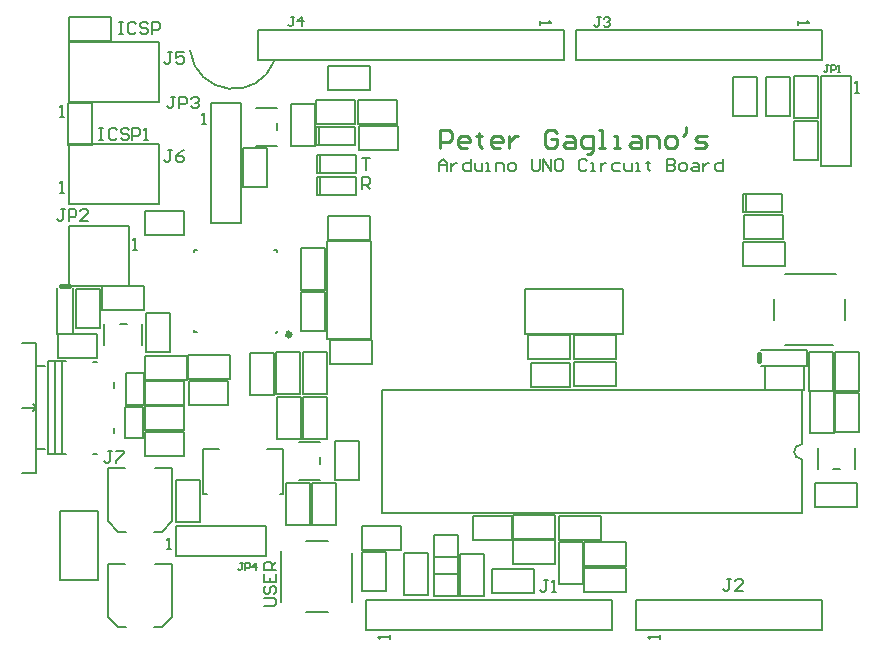
<source format=gto>
G04*
G04 #@! TF.GenerationSoftware,Altium Limited,Altium Designer,19.0.15 (446)*
G04*
G04 Layer_Color=65535*
%FSLAX44Y44*%
%MOMM*%
G71*
G01*
G75*
%ADD10C,0.2000*%
%ADD11C,0.5000*%
%ADD12C,0.4000*%
%ADD13C,0.2540*%
D10*
X115603Y503276D02*
G03*
X186848Y494754I36697J4724D01*
G01*
X633350Y170180D02*
G03*
X633350Y157480I0J-6350D01*
G01*
X649300Y405500D02*
Y481700D01*
Y405500D02*
X674700D01*
Y481700D01*
X649300D02*
X674700D01*
X370820Y64360D02*
X406380D01*
X370820Y44040D02*
Y64360D01*
Y44040D02*
X406380D01*
Y64360D01*
X133300Y458700D02*
X158700D01*
Y357100D02*
Y458700D01*
X133300Y357100D02*
X158700D01*
X133300D02*
Y458700D01*
X224468Y423558D02*
Y438798D01*
X254948D01*
Y423558D02*
Y438798D01*
X224468Y423558D02*
X254948D01*
X221928D02*
Y438798D01*
X224468D01*
X221928Y423558D02*
X224468D01*
X225107Y381566D02*
Y396806D01*
X255588D01*
Y381566D02*
Y396806D01*
X225107Y381566D02*
X255588D01*
X222568D02*
Y396806D01*
X225107D01*
X222568Y381566D02*
X225107D01*
X222914Y399773D02*
X225454D01*
X222914Y415013D02*
X225454D01*
X222914Y399773D02*
Y415013D01*
X225454Y399773D02*
X255934D01*
Y415013D01*
X225454D02*
X255934D01*
X225454Y399773D02*
Y415013D01*
X-17630Y198000D02*
X-14630Y201000D01*
X-17630Y204000D02*
X-14630Y201000D01*
X-26630D02*
X-14630D01*
Y166000D02*
X-7630D01*
X-14630Y236000D02*
X-7630D01*
X-26630Y256000D02*
X-14630D01*
X-26630Y146000D02*
X-14630D01*
Y256000D01*
X7470Y161900D02*
Y240100D01*
X-4830Y161900D02*
X10370D01*
X-4730Y240200D02*
X10370D01*
X1170Y161600D02*
Y240200D01*
X-4830Y240100D02*
X-4730Y240200D01*
X-4830Y161900D02*
Y240100D01*
X51470Y179400D02*
Y184000D01*
Y218000D02*
Y222600D01*
X33270Y240100D02*
X36970D01*
X33170Y161700D02*
X36970D01*
X103500Y75300D02*
X179700D01*
Y100700D01*
X103500D02*
X179700D01*
X103500Y75300D02*
Y100700D01*
X63500Y303900D02*
Y354700D01*
X12700D02*
X63500D01*
X12700Y303900D02*
Y354700D01*
Y303900D02*
X63500D01*
X12700Y424180D02*
X88900D01*
Y373380D02*
Y424180D01*
X12700Y373380D02*
X88900D01*
X12700D02*
Y424180D01*
Y510540D02*
X88900D01*
Y459740D02*
Y510540D01*
X12700Y459740D02*
X88900D01*
X12700D02*
Y510540D01*
X431800Y495300D02*
Y520700D01*
X172720Y495300D02*
X431800D01*
X172720D02*
Y520700D01*
X431800D01*
X441960D02*
X650240D01*
X441960Y495300D02*
Y520700D01*
Y495300D02*
X650240D01*
Y520700D01*
X492760Y12700D02*
Y38100D01*
X650240D01*
Y12700D02*
Y38100D01*
X492760Y12700D02*
X650240D01*
X264160D02*
X472440D01*
Y38100D01*
X264160D02*
X472440D01*
X264160Y12700D02*
Y38100D01*
X91404Y15151D02*
X100304Y24051D01*
X85304Y15151D02*
X91404D01*
X54504Y15151D02*
X61304D01*
X45804Y23851D02*
X54504Y15151D01*
X45804Y23851D02*
Y23851D01*
X100304Y24051D02*
Y68851D01*
X85804Y68951D02*
X100304Y68851D01*
X45804Y68951D02*
X60704Y68851D01*
X45804Y23851D02*
Y65951D01*
Y68951D01*
X91404Y96126D02*
X100304Y105026D01*
X85304Y96126D02*
X91404D01*
X54504Y96126D02*
X61304D01*
X45804Y104826D02*
X54504Y96126D01*
X45804Y104826D02*
Y104826D01*
X100304Y105026D02*
Y149826D01*
X85804Y149926D02*
X100304Y149826D01*
X45804Y149926D02*
X60704Y149826D01*
X45804Y104826D02*
Y146926D01*
Y149926D01*
X147815Y203041D02*
Y223361D01*
X114795Y203041D02*
X147815D01*
X114795D02*
Y223361D01*
X147815D01*
X126430Y127942D02*
Y165942D01*
X140430D01*
X180430D02*
X194430D01*
Y127942D02*
Y165942D01*
X126430Y127942D02*
X129430D01*
X191530D02*
X194430D01*
X586464Y366574D02*
Y381814D01*
X616944D01*
Y366574D02*
Y381814D01*
X586464Y366574D02*
X616944D01*
X583924D02*
Y381814D01*
X586464D01*
X583924Y366574D02*
X586464D01*
X2616Y263261D02*
Y302261D01*
Y263261D02*
X16616D01*
Y302261D01*
X599036Y250281D02*
X638036D01*
Y236281D02*
Y250281D01*
X599036Y236281D02*
X638036D01*
X187000Y335000D02*
X189000D01*
Y333000D02*
Y335000D01*
X119000D02*
X121000D01*
X119000Y333000D02*
Y335000D01*
Y265000D02*
X121000D01*
X119000D02*
Y267000D01*
X188000Y264000D02*
X190000Y266000D01*
X463042Y88748D02*
Y109068D01*
X427482Y88748D02*
X463042D01*
X427482D02*
Y109068D01*
X463042D01*
X633350Y170180D02*
Y215830D01*
Y111830D02*
Y157480D01*
X277750Y111830D02*
X633350Y111830D01*
X277750Y111830D02*
Y215830D01*
X633350D01*
X74877Y253852D02*
Y271852D01*
X55877D02*
X61877D01*
X42877Y253852D02*
Y271852D01*
X209474Y266294D02*
X229794D01*
X209474D02*
Y299314D01*
X229794D01*
Y266294D02*
Y299314D01*
X436956Y218872D02*
Y239192D01*
X403936Y218872D02*
X436956D01*
X403936D02*
Y239192D01*
X436956D01*
X258157Y419377D02*
X291177D01*
Y439697D01*
X258157D02*
X291177D01*
X258157Y419377D02*
Y439697D01*
X257790Y441640D02*
X290810D01*
Y461960D01*
X257790D02*
X290810D01*
X257790Y441640D02*
Y461960D01*
X160605Y387899D02*
Y420919D01*
Y387899D02*
X180925D01*
Y420919D01*
X160605D02*
X180925D01*
X209067Y174701D02*
Y210261D01*
X188747D02*
X209067D01*
X188747Y174701D02*
Y210261D01*
Y174701D02*
X209067D01*
X209220Y300863D02*
Y336423D01*
Y300863D02*
X229540D01*
Y336423D01*
X209220D02*
X229540D01*
X208966Y212496D02*
Y248056D01*
X188646D02*
X208966D01*
X188646Y212496D02*
Y248056D01*
Y212496D02*
X208966D01*
X210769Y212446D02*
Y248006D01*
Y212446D02*
X231089D01*
Y248006D01*
X210769D02*
X231089D01*
X186360Y212217D02*
Y247777D01*
X166040D02*
X186360D01*
X166040Y212217D02*
Y247777D01*
Y212217D02*
X186360D01*
X78376Y248125D02*
Y281145D01*
Y248125D02*
X98696D01*
Y281145D01*
X78376D02*
X98696D01*
X5719Y55199D02*
Y113499D01*
Y55199D02*
X37719D01*
Y113499D01*
X5719D02*
X37719D01*
X13056Y532105D02*
X48616D01*
X13056Y511785D02*
Y532105D01*
Y511785D02*
X48616D01*
Y532105D01*
X77549Y368036D02*
X110569D01*
X77549Y347716D02*
Y368036D01*
Y347716D02*
X110569D01*
Y368036D01*
X114118Y245274D02*
X149678D01*
X114118Y224954D02*
Y245274D01*
Y224954D02*
X149678D01*
Y245274D01*
X77581Y203345D02*
X110601D01*
Y223665D01*
X77581D02*
X110601D01*
X77581Y203345D02*
Y223665D01*
X77089Y182067D02*
X110109D01*
Y202387D01*
X77089D02*
X110109D01*
X77089Y182067D02*
Y202387D01*
X232537Y363677D02*
X268097D01*
X232537Y343357D02*
Y363677D01*
Y343357D02*
X268097D01*
Y363677D01*
X77205Y180352D02*
X110225D01*
X77205Y160032D02*
Y180352D01*
Y160032D02*
X110225D01*
Y180352D01*
X60218Y175188D02*
X75418D01*
X60218D02*
Y201988D01*
X75418D01*
Y175188D02*
Y201988D01*
X60955Y230259D02*
X76155D01*
Y203459D02*
Y230259D01*
X60955Y203459D02*
X76155D01*
X60955D02*
Y230259D01*
X269114Y259041D02*
Y342041D01*
X231114D02*
X269114D01*
X231114Y259041D02*
Y342041D01*
X254614Y259041D02*
X259114D01*
X269114D01*
X231114D02*
X254614D01*
X623339Y447993D02*
Y481012D01*
X603019D02*
X623339D01*
X603019Y447993D02*
Y481012D01*
Y447993D02*
X623339D01*
X595455Y447798D02*
Y480818D01*
X575135D02*
X595455D01*
X575135Y447798D02*
Y480818D01*
Y447798D02*
X595455D01*
X234112Y258064D02*
X269672D01*
X234112Y237744D02*
Y258064D01*
Y237744D02*
X269672D01*
Y258064D01*
X647066Y446007D02*
Y481567D01*
X626745D02*
X647066D01*
X626745Y446007D02*
Y481567D01*
Y446007D02*
X647066D01*
X647202Y410771D02*
Y443791D01*
X626882D02*
X647202D01*
X626882Y410771D02*
Y443791D01*
Y410771D02*
X647202D01*
X342653Y41594D02*
Y74614D01*
X322333D02*
X342653D01*
X322333Y41594D02*
Y74614D01*
Y41594D02*
X342653D01*
Y60594D02*
Y93614D01*
X322333D02*
X342653D01*
X322333Y60594D02*
Y93614D01*
Y60594D02*
X342653D01*
X197083Y102181D02*
Y137741D01*
Y102181D02*
X217403D01*
Y137741D01*
X197083D02*
X217403D01*
X103595Y104093D02*
Y139653D01*
Y104093D02*
X123915D01*
Y139653D01*
X103595D02*
X123915D01*
X12573Y423901D02*
Y459461D01*
Y423901D02*
X32893D01*
Y459461D01*
X12573D02*
X32893D01*
X448996Y45136D02*
X484556D01*
Y65456D01*
X448996D02*
X484556D01*
X448996Y45136D02*
Y65456D01*
X296514Y42669D02*
Y78229D01*
Y42669D02*
X316834D01*
Y78229D01*
X296514D02*
X316834D01*
X232120Y490460D02*
X267680D01*
X232120Y470140D02*
Y490460D01*
Y470140D02*
X267680D01*
Y490460D01*
X440634Y219285D02*
X476194D01*
Y239605D01*
X440634D02*
X476194D01*
X440634Y219285D02*
Y239605D01*
X448920Y66700D02*
X484480D01*
Y87020D01*
X448920D02*
X484480D01*
X448920Y66700D02*
Y87020D01*
X583620Y341360D02*
X619180D01*
X583620Y321040D02*
Y341360D01*
Y321040D02*
X619180D01*
Y341360D01*
X355346Y109093D02*
X388366D01*
X355346Y88773D02*
Y109093D01*
Y88773D02*
X388366D01*
Y109093D01*
X344240Y41820D02*
Y77380D01*
Y41820D02*
X364560D01*
Y77380D01*
X344240D02*
X364560D01*
X448056Y51714D02*
Y87274D01*
X427736D02*
X448056D01*
X427736Y51714D02*
Y87274D01*
Y51714D02*
X448056D01*
X388690Y89749D02*
X424250D01*
Y110069D01*
X388690D02*
X424250D01*
X388690Y89749D02*
Y110069D01*
X389020Y69040D02*
X424580D01*
Y89360D01*
X389020D02*
X424580D01*
X389020Y69040D02*
Y89360D01*
X602062Y216040D02*
X635083D01*
Y236360D01*
X602062D02*
X635083D01*
X602062Y216040D02*
Y236360D01*
X401599Y242240D02*
X437159D01*
Y262560D01*
X401599D02*
X437159D01*
X401599Y242240D02*
Y262560D01*
X399359Y301721D02*
X482359D01*
X399359Y263721D02*
Y301721D01*
Y263721D02*
X482359D01*
Y287220D02*
Y291721D01*
Y301721D01*
Y263721D02*
Y287220D01*
X222121Y461296D02*
X255141D01*
X222121Y440976D02*
Y461296D01*
Y440976D02*
X255141D01*
Y461296D01*
X440182Y262560D02*
X475742D01*
X440182Y242240D02*
Y262560D01*
Y242240D02*
X475742D01*
Y262560D01*
X584559Y364284D02*
X617579D01*
X584559Y343964D02*
Y364284D01*
Y343964D02*
X617579D01*
Y364284D01*
X221115Y422424D02*
Y457984D01*
X200795D02*
X221115D01*
X200795Y422424D02*
Y457984D01*
Y422424D02*
X221115D01*
X170984Y454830D02*
X188984D01*
Y435830D02*
Y441830D01*
X170984Y422830D02*
X188984D01*
X211398Y174891D02*
Y210451D01*
Y174891D02*
X231718D01*
Y210451D01*
X211398D02*
X231718D01*
X644617Y137575D02*
X680177D01*
X644617Y117255D02*
Y137575D01*
Y117255D02*
X680177D01*
Y137575D01*
X41098Y304235D02*
X76658D01*
X41098Y283915D02*
Y304235D01*
Y283915D02*
X76658D01*
Y304235D01*
X261034Y45880D02*
Y78900D01*
Y45880D02*
X281354D01*
Y78900D01*
X261034D02*
X281354D01*
X682168Y180875D02*
Y213895D01*
X661848D02*
X682168D01*
X661848Y180875D02*
Y213895D01*
Y180875D02*
X682168D01*
X661885Y215459D02*
Y248479D01*
Y215459D02*
X682205D01*
Y248479D01*
X661885D02*
X682205D01*
X238336Y139941D02*
Y172961D01*
Y139941D02*
X258656D01*
Y172961D01*
X238336D02*
X258656D01*
X213914Y87794D02*
X231914D01*
X213914Y27794D02*
X231914D01*
X192914Y36794D02*
Y79794D01*
X252914Y36794D02*
Y77794D01*
X260805Y101335D02*
X293825D01*
X260805Y81015D02*
Y101335D01*
Y81015D02*
X293825D01*
Y101335D01*
X39013Y268271D02*
Y301291D01*
X18693D02*
X39013D01*
X18693Y268271D02*
Y301291D01*
Y268271D02*
X39013D01*
X207328Y172082D02*
X225328D01*
Y153082D02*
Y159082D01*
X207328Y140082D02*
X225328D01*
X670036Y275334D02*
Y293334D01*
X610036Y275334D02*
Y293334D01*
X619036Y314334D02*
X662036D01*
X619036Y254334D02*
X660036D01*
X219039Y102182D02*
Y137742D01*
Y102182D02*
X239359D01*
Y137742D01*
X219039D02*
X239359D01*
X639798Y215560D02*
Y248580D01*
Y215560D02*
X660118D01*
Y248580D01*
X639798D02*
X660118D01*
X678772Y149252D02*
Y167252D01*
X659772Y149252D02*
X665772D01*
X646772D02*
Y167252D01*
X4072Y242981D02*
X37092D01*
Y263301D01*
X4072D02*
X37092D01*
X4072Y242981D02*
Y263301D01*
X660298Y179629D02*
Y215189D01*
X639978D02*
X660298D01*
X639978Y179629D02*
Y215189D01*
Y179629D02*
X660298D01*
X77250Y244949D02*
X112810D01*
X77250Y224629D02*
Y244949D01*
Y224629D02*
X112810D01*
Y244949D01*
X678180Y467360D02*
X681512D01*
X679846D01*
Y477357D01*
X678180Y475691D01*
X125680Y440920D02*
X129012D01*
X127346D01*
Y450917D01*
X125680Y449251D01*
X326400Y401700D02*
Y408364D01*
X329732Y411697D01*
X333064Y408364D01*
Y401700D01*
Y406698D01*
X326400D01*
X336397Y408364D02*
Y401700D01*
Y405032D01*
X338063Y406698D01*
X339729Y408364D01*
X341395D01*
X353058Y411697D02*
Y401700D01*
X348060D01*
X346394Y403366D01*
Y406698D01*
X348060Y408364D01*
X353058D01*
X356390D02*
Y403366D01*
X358056Y401700D01*
X363055D01*
Y408364D01*
X366387Y401700D02*
X369719D01*
X368053D01*
Y408364D01*
X366387D01*
X374718Y401700D02*
Y408364D01*
X379716D01*
X381382Y406698D01*
Y401700D01*
X386381D02*
X389713D01*
X391379Y403366D01*
Y406698D01*
X389713Y408364D01*
X386381D01*
X384715Y406698D01*
Y403366D01*
X386381Y401700D01*
X404708Y411697D02*
Y403366D01*
X406374Y401700D01*
X409706D01*
X411373Y403366D01*
Y411697D01*
X414705Y401700D02*
Y411697D01*
X421369Y401700D01*
Y411697D01*
X429700D02*
X426368D01*
X424702Y410031D01*
Y403366D01*
X426368Y401700D01*
X429700D01*
X431366Y403366D01*
Y410031D01*
X429700Y411697D01*
X451360Y410031D02*
X449694Y411697D01*
X446361D01*
X444695Y410031D01*
Y403366D01*
X446361Y401700D01*
X449694D01*
X451360Y403366D01*
X454692Y401700D02*
X458024D01*
X456358D01*
Y408364D01*
X454692D01*
X463023D02*
Y401700D01*
Y405032D01*
X464689Y406698D01*
X466355Y408364D01*
X468021D01*
X479684D02*
X474686D01*
X473019Y406698D01*
Y403366D01*
X474686Y401700D01*
X479684D01*
X483016Y408364D02*
Y403366D01*
X484682Y401700D01*
X489681D01*
Y408364D01*
X493013Y401700D02*
X496345D01*
X494679D01*
Y408364D01*
X493013D01*
X503010Y410031D02*
Y408364D01*
X501344D01*
X504676D01*
X503010D01*
Y403366D01*
X504676Y401700D01*
X519671Y411697D02*
Y401700D01*
X524669D01*
X526335Y403366D01*
Y405032D01*
X524669Y406698D01*
X519671D01*
X524669D01*
X526335Y408364D01*
Y410031D01*
X524669Y411697D01*
X519671D01*
X531334Y401700D02*
X534666D01*
X536332Y403366D01*
Y406698D01*
X534666Y408364D01*
X531334D01*
X529668Y406698D01*
Y403366D01*
X531334Y401700D01*
X541331Y408364D02*
X544663D01*
X546329Y406698D01*
Y401700D01*
X541331D01*
X539665Y403366D01*
X541331Y405032D01*
X546329D01*
X549661Y408364D02*
Y401700D01*
Y405032D01*
X551328Y406698D01*
X552994Y408364D01*
X554660D01*
X566323Y411697D02*
Y401700D01*
X561324D01*
X559658Y403366D01*
Y406698D01*
X561324Y408364D01*
X566323D01*
X178303Y33500D02*
X186634D01*
X188300Y35166D01*
Y38498D01*
X186634Y40164D01*
X178303D01*
X179969Y50161D02*
X178303Y48495D01*
Y45163D01*
X179969Y43497D01*
X181635D01*
X183302Y45163D01*
Y48495D01*
X184968Y50161D01*
X186634D01*
X188300Y48495D01*
Y45163D01*
X186634Y43497D01*
X178303Y60158D02*
Y53494D01*
X188300D01*
Y60158D01*
X183302Y53494D02*
Y56826D01*
X188300Y63490D02*
X178303D01*
Y68489D01*
X179969Y70155D01*
X183302D01*
X184968Y68489D01*
Y63490D01*
Y66823D02*
X188300Y70155D01*
X38400Y437897D02*
X41732D01*
X40066D01*
Y427900D01*
X38400D01*
X41732D01*
X53395Y436231D02*
X51729Y437897D01*
X48397D01*
X46731Y436231D01*
Y429566D01*
X48397Y427900D01*
X51729D01*
X53395Y429566D01*
X63392Y436231D02*
X61726Y437897D01*
X58394D01*
X56727Y436231D01*
Y434565D01*
X58394Y432898D01*
X61726D01*
X63392Y431232D01*
Y429566D01*
X61726Y427900D01*
X58394D01*
X56727Y429566D01*
X66724Y427900D02*
Y437897D01*
X71723D01*
X73389Y436231D01*
Y432898D01*
X71723Y431232D01*
X66724D01*
X76721Y427900D02*
X80053D01*
X78387D01*
Y437897D01*
X76721Y436231D01*
X55000Y527297D02*
X58332D01*
X56666D01*
Y517300D01*
X55000D01*
X58332D01*
X69995Y525631D02*
X68329Y527297D01*
X64997D01*
X63331Y525631D01*
Y518966D01*
X64997Y517300D01*
X68329D01*
X69995Y518966D01*
X79992Y525631D02*
X78326Y527297D01*
X74994D01*
X73327Y525631D01*
Y523965D01*
X74994Y522298D01*
X78326D01*
X79992Y520632D01*
Y518966D01*
X78326Y517300D01*
X74994D01*
X73327Y518966D01*
X83324Y517300D02*
Y527297D01*
X88323D01*
X89989Y525631D01*
Y522298D01*
X88323Y520632D01*
X83324D01*
X96200Y81100D02*
X99532D01*
X97866D01*
Y91097D01*
X96200Y89431D01*
X67200Y334700D02*
X70532D01*
X68866D01*
Y344697D01*
X67200Y343031D01*
X5300Y382800D02*
X8632D01*
X6966D01*
Y392797D01*
X5300Y391131D01*
X5080Y447040D02*
X8412D01*
X6746D01*
Y457037D01*
X5080Y455371D01*
X411480Y528320D02*
Y524988D01*
Y526654D01*
X421477D01*
X419811Y528320D01*
X629920D02*
Y524988D01*
Y526654D01*
X639917D01*
X638251Y528320D01*
X513080Y5080D02*
Y8412D01*
Y6746D01*
X503083D01*
X504749Y5080D01*
X284480D02*
Y8412D01*
Y6746D01*
X274483D01*
X276149Y5080D01*
X463032Y531697D02*
X460366D01*
X461699D01*
Y525033D01*
X460366Y523700D01*
X459033D01*
X457700Y525033D01*
X465697Y530364D02*
X467030Y531697D01*
X469696D01*
X471029Y530364D01*
Y529032D01*
X469696Y527699D01*
X468363D01*
X469696D01*
X471029Y526366D01*
Y525033D01*
X469696Y523700D01*
X467030D01*
X465697Y525033D01*
X418465Y54897D02*
X415132D01*
X416798D01*
Y46566D01*
X415132Y44900D01*
X413466D01*
X411800Y46566D01*
X421797Y44900D02*
X425129D01*
X423463D01*
Y54897D01*
X421797Y53231D01*
X160099Y69598D02*
X158099D01*
X159099D01*
Y64600D01*
X158099Y63600D01*
X157100D01*
X156100Y64600D01*
X162098Y63600D02*
Y69598D01*
X165097D01*
X166097Y68598D01*
Y66599D01*
X165097Y65599D01*
X162098D01*
X171095Y63600D02*
Y69598D01*
X168096Y66599D01*
X172095D01*
X102865Y464458D02*
X99532D01*
X101198D01*
Y456127D01*
X99532Y454461D01*
X97866D01*
X96200Y456127D01*
X106197Y454461D02*
Y464458D01*
X111195D01*
X112861Y462792D01*
Y459459D01*
X111195Y457793D01*
X106197D01*
X116194Y462792D02*
X117860Y464458D01*
X121192D01*
X122858Y462792D01*
Y461126D01*
X121192Y459459D01*
X119526D01*
X121192D01*
X122858Y457793D01*
Y456127D01*
X121192Y454461D01*
X117860D01*
X116194Y456127D01*
X9365Y368897D02*
X6032D01*
X7698D01*
Y360566D01*
X6032Y358900D01*
X4366D01*
X2700Y360566D01*
X12697Y358900D02*
Y368897D01*
X17695D01*
X19361Y367231D01*
Y363898D01*
X17695Y362232D01*
X12697D01*
X29358Y358900D02*
X22694D01*
X29358Y365564D01*
Y367231D01*
X27692Y368897D01*
X24360D01*
X22694Y367231D01*
X656099Y490998D02*
X654099D01*
X655099D01*
Y486000D01*
X654099Y485000D01*
X653100D01*
X652100Y486000D01*
X658098Y485000D02*
Y490998D01*
X661097D01*
X662097Y489998D01*
Y487999D01*
X661097Y486999D01*
X658098D01*
X664096Y485000D02*
X666096D01*
X665096D01*
Y490998D01*
X664096Y489998D01*
X49665Y164097D02*
X46332D01*
X47998D01*
Y155766D01*
X46332Y154100D01*
X44666D01*
X43000Y155766D01*
X52997Y164097D02*
X59661D01*
Y162431D01*
X52997Y155766D01*
Y154100D01*
X100365Y418997D02*
X97032D01*
X98698D01*
Y410666D01*
X97032Y409000D01*
X95366D01*
X93700Y410666D01*
X110361Y418997D02*
X107029Y417331D01*
X103697Y413998D01*
Y410666D01*
X105363Y409000D01*
X108695D01*
X110361Y410666D01*
Y412332D01*
X108695Y413998D01*
X103697D01*
X100464Y501997D02*
X97132D01*
X98798D01*
Y493666D01*
X97132Y492000D01*
X95466D01*
X93800Y493666D01*
X110461Y501997D02*
X103797D01*
Y496998D01*
X107129Y498665D01*
X108795D01*
X110461Y496998D01*
Y493666D01*
X108795Y492000D01*
X105463D01*
X103797Y493666D01*
X203732Y532097D02*
X201066D01*
X202399D01*
Y525433D01*
X201066Y524100D01*
X199733D01*
X198400Y525433D01*
X210396Y524100D02*
Y532097D01*
X206397Y528099D01*
X211729D01*
X573764Y55897D02*
X570432D01*
X572098D01*
Y47566D01*
X570432Y45900D01*
X568766D01*
X567100Y47566D01*
X583761Y45900D02*
X577097D01*
X583761Y52565D01*
Y54231D01*
X582095Y55897D01*
X578763D01*
X577097Y54231D01*
X261194Y385994D02*
Y395991D01*
X266193D01*
X267859Y394325D01*
Y390993D01*
X266193Y389327D01*
X261194D01*
X264527D02*
X267859Y385994D01*
X261194Y412304D02*
X267859D01*
X264527D01*
Y402307D01*
D11*
X200000Y263000D02*
G03*
X200000Y263000I-1000J0D01*
G01*
D12*
X6616Y304261D02*
X12616D01*
X597036Y240281D02*
Y246281D01*
D13*
X326846Y420600D02*
Y435835D01*
X334464D01*
X337003Y433296D01*
Y428218D01*
X334464Y425678D01*
X326846D01*
X349698Y420600D02*
X344620D01*
X342081Y423139D01*
Y428218D01*
X344620Y430757D01*
X349698D01*
X352238Y428218D01*
Y425678D01*
X342081D01*
X359855Y433296D02*
Y430757D01*
X357316D01*
X362394D01*
X359855D01*
Y423139D01*
X362394Y420600D01*
X377630D02*
X372551D01*
X370012Y423139D01*
Y428218D01*
X372551Y430757D01*
X377630D01*
X380169Y428218D01*
Y425678D01*
X370012D01*
X385247Y430757D02*
Y420600D01*
Y425678D01*
X387786Y428218D01*
X390325Y430757D01*
X392865D01*
X425874Y433296D02*
X423335Y435835D01*
X418256D01*
X415717Y433296D01*
Y423139D01*
X418256Y420600D01*
X423335D01*
X425874Y423139D01*
Y428218D01*
X420796D01*
X433491Y430757D02*
X438570D01*
X441109Y428218D01*
Y420600D01*
X433491D01*
X430952Y423139D01*
X433491Y425678D01*
X441109D01*
X451266Y415522D02*
X453805D01*
X456344Y418061D01*
Y430757D01*
X448727D01*
X446187Y428218D01*
Y423139D01*
X448727Y420600D01*
X456344D01*
X461422D02*
X466501D01*
X463962D01*
Y435835D01*
X461422D01*
X474118Y420600D02*
X479197D01*
X476657D01*
Y430757D01*
X474118D01*
X489353D02*
X494432D01*
X496971Y428218D01*
Y420600D01*
X489353D01*
X486814Y423139D01*
X489353Y425678D01*
X496971D01*
X502049Y420600D02*
Y430757D01*
X509667D01*
X512206Y428218D01*
Y420600D01*
X519823D02*
X524902D01*
X527441Y423139D01*
Y428218D01*
X524902Y430757D01*
X519823D01*
X517284Y428218D01*
Y423139D01*
X519823Y420600D01*
X535059Y438374D02*
Y433296D01*
X532519Y430757D01*
X542676Y420600D02*
X550294D01*
X552833Y423139D01*
X550294Y425678D01*
X545215D01*
X542676Y428218D01*
X545215Y430757D01*
X552833D01*
M02*

</source>
